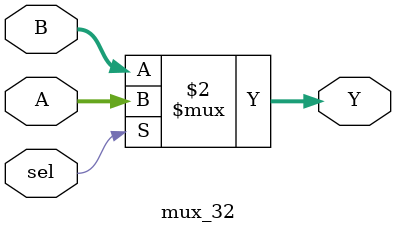
<source format=v>
`timescale 1ns / 1ps


module mux_32(
    input sel,
    input[31:0] A,
    input [31:0]B,
    output [31:0] Y
    );

    assign Y = (sel==1) ? A : B;
    
endmodule

</source>
